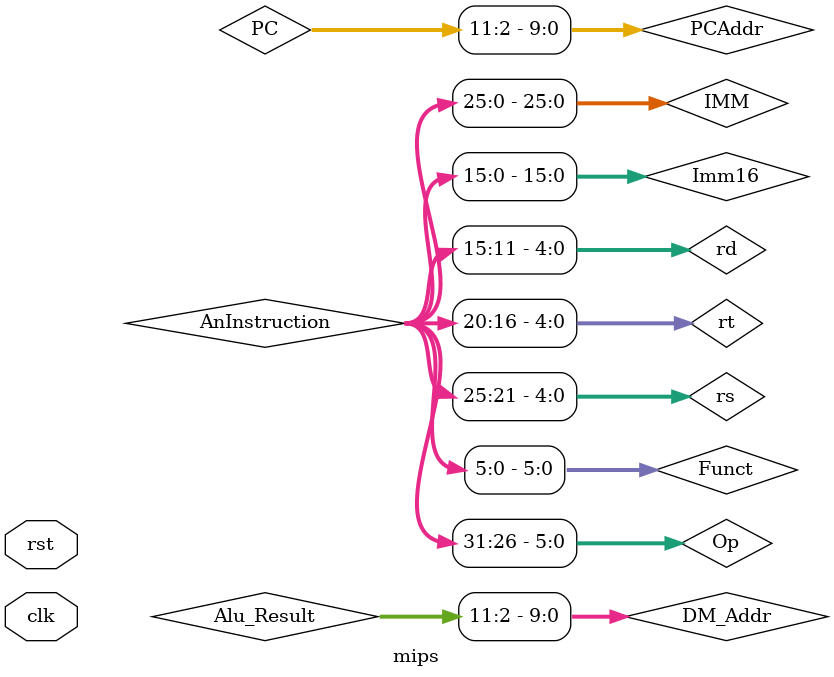
<source format=v>
`include "../include/ctrl_encode_def.v"
`include "../include/instruction_def.v"

module mips( clk, rst );

   // Ê±ÖÓÏà¹Ø
   input   clk;
   input   rst;
   
   // ¿ØÖÆÐÅºÅÏà¹Ø
	wire jump;						//Ö¸ÁîÌø×ª
	wire RegDst;						
	wire Branch;					//·ÖÖ§
	wire MemR;						//¶Á´æ´¢Æ÷
	wire Mem2R;						//Êý¾Ý´æ´¢Æ÷µ½¼Ä´æÆ÷¶Ñ
	wire MemW;						//Ð´Êý¾Ý´æ´¢Æ÷
	wire RegW;						//¼Ä´æÆ÷¶ÑÐ´ÈëÊý¾Ý
	wire AluSrc;					//ÔËËãÆ÷²Ù×÷ÊýÑ¡Ôñ
	wire [1:0] NPCOp;				// NPCÑ¡Ôñ
	wire [1:0] ExtOp;				//Î»À©Õ¹/·ûºÅÀ©Õ¹Ñ¡Ôñ
	wire [1:0] ALUOp;	   	   		//AluÔËËãÑ¡Ôñ

   // ËãÊýÔËËãÏà¹Ø
   wire zero;  
   wire [31:0] Alu_Result;

   // Ö¸ÁîµØÖ·Ïà¹Ø
	wire [31:0] PC;
	wire [31:0] NPC;
   wire [9:0] PCAddr;
   assign PCAddr = PC[11:2];
   assign PcSel = ( ( Branch && zero ) == 1 ) ? 1 : 0 ;

   // Ö¸Áî±¾Ìå
   wire [31:0] AnInstruction;

   // ²ð·ÖÖ¸Áî
   wire [5:0] Op;
   wire [5:0] Funct;
   wire [4:0] rs;
   wire [4:0] rt;
   wire [4:0] rd;
   wire [15:0] Imm16;
   wire [25:0] IMM;

   assign Op = AnInstruction[31:26];
   assign Funct = AnInstruction[5:0];
   assign rs = AnInstruction[25:21];
   assign rt = AnInstruction[20:16];
   assign rd = AnInstruction[15:11];
   assign Imm16 = AnInstruction[15:0];
   assign IMM = AnInstruction[25:0];

   // ¼Ä´æÆ÷Ïà¹Ø
   wire [4:0] RF_rd;
   assign RF_rd = (RegDst === 0) ? rd : rt ;

   // ·ûºÅÀ©Õ¹Ïà¹Ø
   wire [31:0] Imm32;

   // Êý¾ÝÄÚ´æÏà¹Ø
   wire [31:0] DM_Out;
   wire [11:2] DM_Addr;
   assign DM_Addr = Alu_Result[11:2];

   // ¼Ä´æÆ÷Ïà¹Ø
   wire [31:0] RD1;
   wire [31:0] RD2;
   wire [31:0] RF_WD;
   assign RF_WD = (Mem2R == 1) ? DM_Out : Alu_Result;

   // ËãÊýÔËËãÏà¹Ø
   wire [31:0] AluMux_Result;
   assign AluMux_Result = (AluSrc === 0) ? RD2 : Imm32;

   // Ö¸Áî¼ÆÊýÆ÷Ä£¿é
   NPC U_NPC (.PC(PC), .NPCOp(NPCOp), .IMM(Imm32), .NPC(NPC));
   PC U_PC (.clk(clk), .rst(rst), .NPC(NPC), .PC(PC)); 
   
   
   // Ö¸ÁîÄ£¿é
   im_4k U_IM (.addr(PCAddr) , .dout(AnInstruction));

   // ¼Ä´æÆ÷Ä£¿é   
   RF U_RF (
      .A1(rs), .A2(rt), .A3(RF_rd), .WD(RF_WD), .clk(clk), 
      .RFWr(RegW), .RD1(RD1), .RD2(RD2)
   );

   // ·ûºÅÀ©Õ¹Ä£¿é
   EXT U_SIGNEDEXT (.Imm16(Imm16), .EXTOp(ExtOp), .Imm32(Imm32));

   // ËãÊõÔËËãÄ£¿é
   alu U_ALU (
      .A(RD1), .B(AluMux_Result), .ALUOp(ALUOp), .C(Alu_Result), .Zero(zero)
   );

   // Êý¾ÝÄÚ´æÄ£¿é
   dm_4k U_DM (
      .addr(DM_Addr), .din(RD2), .DMWr(MemW), .clk(clk), .dout(DM_Out), .rst(rst)
   );

   // ÐÅºÅ¿ØÖÆÄ£¿é
   Ctrl U_Ctrl(
      .jump(jump),
      .RegDst(RegDst),
      .Branch(Branch),
      .MemR(MemR),
      .Mem2R(Mem2R),
      .MemW(MemW),
      .RegW(RegW),
      .Alusrc(AluSrc),
      .ExtOp(ExtOp),
      .Aluctrl(ALUOp),
      .OpCode(Op),
      .funct(Funct)
   );

endmodule
</source>
